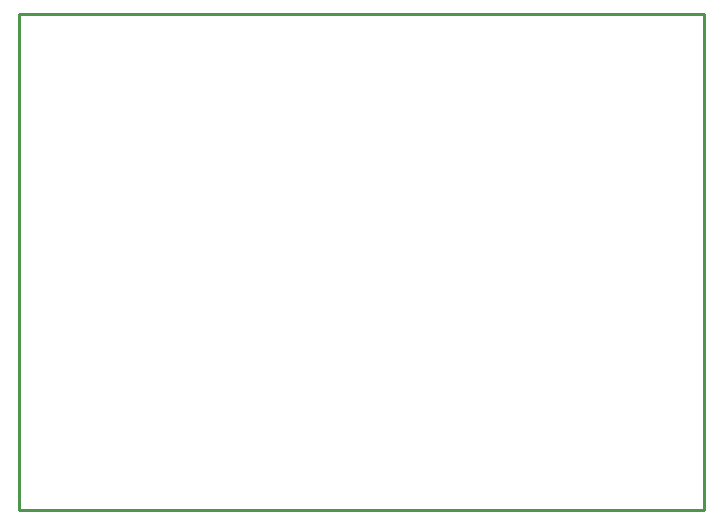
<source format=gko>
G04 Layer: BoardOutline*
G04 EasyEDA v6.4.25, 2021-11-25T17:10:39+00:00*
G04 af4d78e2c0a6465aa0e43a92e4f8f8c3,fa2b77c0ec1047208735ea1b46d97466,10*
G04 Gerber Generator version 0.2*
G04 Scale: 100 percent, Rotated: No, Reflected: No *
G04 Dimensions in millimeters *
G04 leading zeros omitted , absolute positions ,4 integer and 5 decimal *
%FSLAX45Y45*%
%MOMM*%

%ADD10C,0.2540*%
D10*
X0Y0D02*
G01*
X5800090Y0D01*
X5800090Y4199889D01*
X0Y4199889D01*
X0Y0D01*

%LPD*%
M02*

</source>
